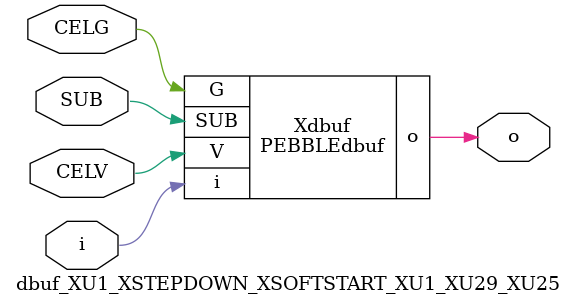
<source format=v>



module PEBBLEdbuf ( o, G, SUB, V, i );

  input V;
  input i;
  input G;
  output o;
  input SUB;
endmodule

//Celera Confidential Do Not Copy dbuf_XU1_XSTEPDOWN_XSOFTSTART_XU1_XU29_XU25
//Celera Confidential Symbol Generator
//Digital Buffer
module dbuf_XU1_XSTEPDOWN_XSOFTSTART_XU1_XU29_XU25 (CELV,CELG,i,o,SUB);
input CELV;
input CELG;
input i;
input SUB;
output o;

//Celera Confidential Do Not Copy dbuf
PEBBLEdbuf Xdbuf(
.V (CELV),
.i (i),
.o (o),
.SUB (SUB),
.G (CELG)
);
//,diesize,PEBBLEdbuf

//Celera Confidential Do Not Copy Module End
//Celera Schematic Generator
endmodule

</source>
